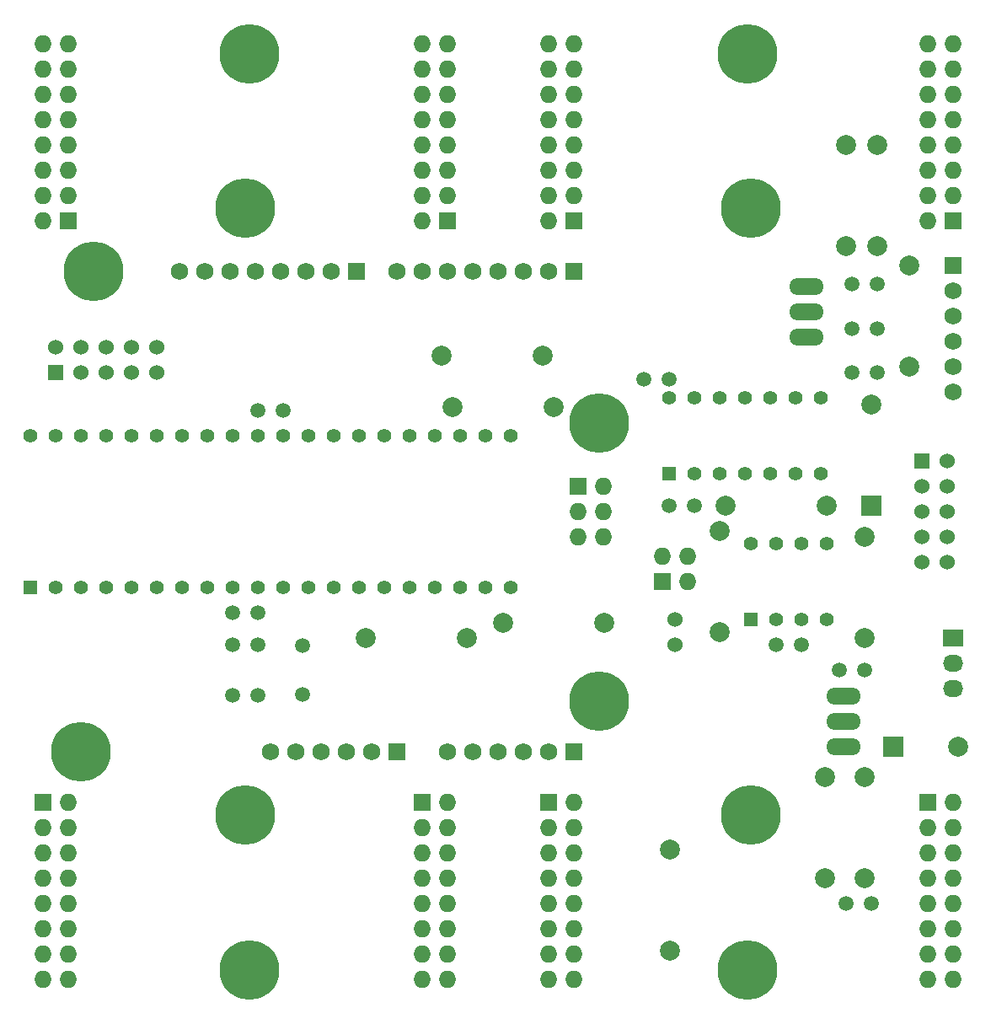
<source format=gbs>
%FSLAX46Y46*%
G04 Gerber Fmt 4.6, Leading zero omitted, Abs format (unit mm)*
G04 Created by KiCad (PCBNEW (2014-jul-16 BZR unknown)-product) date Fri 03 Oct 2014 09:52:35 PM PDT*
%MOMM*%
G01*
G04 APERTURE LIST*
%ADD10C,0.150000*%
%ADD11C,1.501140*%
%ADD12C,1.998980*%
%ADD13R,1.998980X1.998980*%
%ADD14C,1.524000*%
%ADD15C,6.000000*%
%ADD16R,2.032000X1.727200*%
%ADD17O,2.032000X1.727200*%
%ADD18R,1.727200X1.727200*%
%ADD19O,1.727200X1.727200*%
%ADD20C,1.727200*%
%ADD21R,1.524000X1.524000*%
%ADD22O,3.500120X1.699260*%
%ADD23R,1.397000X1.397000*%
%ADD24C,1.397000*%
G04 APERTURE END LIST*
D10*
D11*
X114300000Y-57785000D03*
X111760000Y-57785000D03*
X52070000Y-89535000D03*
X49530000Y-89535000D03*
X111760000Y-53340000D03*
X114300000Y-53340000D03*
X52070000Y-94615000D03*
X49530000Y-94615000D03*
X113030000Y-92075000D03*
X110490000Y-92075000D03*
X111125000Y-115570000D03*
X113665000Y-115570000D03*
X95885000Y-75565000D03*
X93345000Y-75565000D03*
X111760000Y-62230000D03*
X114300000Y-62230000D03*
X93345000Y-62865000D03*
X90805000Y-62865000D03*
X106680000Y-89535000D03*
X104140000Y-89535000D03*
X54610000Y-66040000D03*
X52070000Y-66040000D03*
X52070000Y-86360000D03*
X49530000Y-86360000D03*
D12*
X113665000Y-65405000D03*
D13*
X113665000Y-75565000D03*
D14*
X93980000Y-86995000D03*
X93980000Y-89535000D03*
D15*
X86360000Y-67310000D03*
X35560000Y-52070000D03*
X86360000Y-95250000D03*
X34290000Y-100330000D03*
X50800000Y-106680000D03*
X101200001Y-30199990D03*
X51199999Y-30199990D03*
X101200001Y-122200010D03*
X51199999Y-122200010D03*
X101600000Y-106680000D03*
X50800000Y-45720000D03*
X101600000Y-45720000D03*
D16*
X121920000Y-88900000D03*
D17*
X121920000Y-91440000D03*
X121920000Y-93980000D03*
D18*
X92710000Y-83185000D03*
D19*
X92710000Y-80645000D03*
X95250000Y-83185000D03*
X95250000Y-80645000D03*
D18*
X84201000Y-73660000D03*
D19*
X86741000Y-73660000D03*
X84201000Y-76200000D03*
X86741000Y-76200000D03*
X84201000Y-78740000D03*
X86741000Y-78740000D03*
D18*
X61976000Y-52070000D03*
D20*
X59436000Y-52070000D03*
X56896000Y-52070000D03*
X54356000Y-52070000D03*
X51816000Y-52070000D03*
X49276000Y-52070000D03*
X46736000Y-52070000D03*
X44196000Y-52070000D03*
D18*
X83820000Y-52070000D03*
D20*
X81280000Y-52070000D03*
X78740000Y-52070000D03*
X76200000Y-52070000D03*
X73660000Y-52070000D03*
X71120000Y-52070000D03*
X68580000Y-52070000D03*
X66040000Y-52070000D03*
D18*
X83820000Y-100330000D03*
D20*
X81280000Y-100330000D03*
X78740000Y-100330000D03*
X76200000Y-100330000D03*
X73660000Y-100330000D03*
X71120000Y-100330000D03*
D18*
X66040000Y-100330000D03*
D20*
X63500000Y-100330000D03*
X60960000Y-100330000D03*
X58420000Y-100330000D03*
X55880000Y-100330000D03*
X53340000Y-100330000D03*
D18*
X30480000Y-105410000D03*
D19*
X33020000Y-105410000D03*
X30480000Y-107950000D03*
X33020000Y-107950000D03*
X30480000Y-110490000D03*
X33020000Y-110490000D03*
X30480000Y-113030000D03*
X33020000Y-113030000D03*
X30480000Y-115570000D03*
X33020000Y-115570000D03*
X30480000Y-118110000D03*
X33020000Y-118110000D03*
X30480000Y-120650000D03*
X33020000Y-120650000D03*
X30480000Y-123190000D03*
X33020000Y-123190000D03*
D18*
X68580000Y-105410000D03*
D19*
X71120000Y-105410000D03*
X68580000Y-107950000D03*
X71120000Y-107950000D03*
X68580000Y-110490000D03*
X71120000Y-110490000D03*
X68580000Y-113030000D03*
X71120000Y-113030000D03*
X68580000Y-115570000D03*
X71120000Y-115570000D03*
X68580000Y-118110000D03*
X71120000Y-118110000D03*
X68580000Y-120650000D03*
X71120000Y-120650000D03*
X68580000Y-123190000D03*
X71120000Y-123190000D03*
D21*
X118745000Y-71120000D03*
D14*
X121285000Y-71120000D03*
X118745000Y-73660000D03*
X121285000Y-73660000D03*
X118745000Y-76200000D03*
X121285000Y-76200000D03*
X118745000Y-78740000D03*
X121285000Y-78740000D03*
X118745000Y-81280000D03*
X121285000Y-81280000D03*
D18*
X121920000Y-51435000D03*
D20*
X121920000Y-53975000D03*
X121920000Y-56515000D03*
X121920000Y-59055000D03*
X121920000Y-61595000D03*
X121920000Y-64135000D03*
D18*
X81280000Y-105410000D03*
D19*
X83820000Y-105410000D03*
X81280000Y-107950000D03*
X83820000Y-107950000D03*
X81280000Y-110490000D03*
X83820000Y-110490000D03*
X81280000Y-113030000D03*
X83820000Y-113030000D03*
X81280000Y-115570000D03*
X83820000Y-115570000D03*
X81280000Y-118110000D03*
X83820000Y-118110000D03*
X81280000Y-120650000D03*
X83820000Y-120650000D03*
X81280000Y-123190000D03*
X83820000Y-123190000D03*
D18*
X119380000Y-105410000D03*
D19*
X121920000Y-105410000D03*
X119380000Y-107950000D03*
X121920000Y-107950000D03*
X119380000Y-110490000D03*
X121920000Y-110490000D03*
X119380000Y-113030000D03*
X121920000Y-113030000D03*
X119380000Y-115570000D03*
X121920000Y-115570000D03*
X119380000Y-118110000D03*
X121920000Y-118110000D03*
X119380000Y-120650000D03*
X121920000Y-120650000D03*
X119380000Y-123190000D03*
X121920000Y-123190000D03*
D18*
X71120000Y-46990000D03*
D19*
X68580000Y-46990000D03*
X71120000Y-44450000D03*
X68580000Y-44450000D03*
X71120000Y-41910000D03*
X68580000Y-41910000D03*
X71120000Y-39370000D03*
X68580000Y-39370000D03*
X71120000Y-36830000D03*
X68580000Y-36830000D03*
X71120000Y-34290000D03*
X68580000Y-34290000D03*
X71120000Y-31750000D03*
X68580000Y-31750000D03*
X71120000Y-29210000D03*
X68580000Y-29210000D03*
D18*
X33020000Y-46990000D03*
D19*
X30480000Y-46990000D03*
X33020000Y-44450000D03*
X30480000Y-44450000D03*
X33020000Y-41910000D03*
X30480000Y-41910000D03*
X33020000Y-39370000D03*
X30480000Y-39370000D03*
X33020000Y-36830000D03*
X30480000Y-36830000D03*
X33020000Y-34290000D03*
X30480000Y-34290000D03*
X33020000Y-31750000D03*
X30480000Y-31750000D03*
X33020000Y-29210000D03*
X30480000Y-29210000D03*
D18*
X121920000Y-46990000D03*
D19*
X119380000Y-46990000D03*
X121920000Y-44450000D03*
X119380000Y-44450000D03*
X121920000Y-41910000D03*
X119380000Y-41910000D03*
X121920000Y-39370000D03*
X119380000Y-39370000D03*
X121920000Y-36830000D03*
X119380000Y-36830000D03*
X121920000Y-34290000D03*
X119380000Y-34290000D03*
X121920000Y-31750000D03*
X119380000Y-31750000D03*
X121920000Y-29210000D03*
X119380000Y-29210000D03*
D18*
X83820000Y-46990000D03*
D19*
X81280000Y-46990000D03*
X83820000Y-44450000D03*
X81280000Y-44450000D03*
X83820000Y-41910000D03*
X81280000Y-41910000D03*
X83820000Y-39370000D03*
X81280000Y-39370000D03*
X83820000Y-36830000D03*
X81280000Y-36830000D03*
X83820000Y-34290000D03*
X81280000Y-34290000D03*
X83820000Y-31750000D03*
X81280000Y-31750000D03*
X83820000Y-29210000D03*
X81280000Y-29210000D03*
D21*
X31750000Y-62230000D03*
D14*
X31750000Y-59690000D03*
X34290000Y-62230000D03*
X34290000Y-59690000D03*
X36830000Y-62230000D03*
X36830000Y-59690000D03*
X39370000Y-62230000D03*
X39370000Y-59690000D03*
X41910000Y-62230000D03*
X41910000Y-59690000D03*
D12*
X113030000Y-88900000D03*
X113030000Y-78740000D03*
X111125000Y-49530000D03*
X111125000Y-39370000D03*
X114300000Y-49530000D03*
X114300000Y-39370000D03*
X81724500Y-65659000D03*
X71564500Y-65659000D03*
X99060000Y-75565000D03*
X109220000Y-75565000D03*
X98425000Y-88265000D03*
X98425000Y-78105000D03*
X113030000Y-113030000D03*
X113030000Y-102870000D03*
X117475000Y-51435000D03*
X117475000Y-61595000D03*
X62865000Y-88900000D03*
X73025000Y-88900000D03*
X80645000Y-60515500D03*
X70485000Y-60515500D03*
D13*
X115874800Y-99822000D03*
D12*
X122377200Y-99822000D03*
D22*
X107188000Y-56134000D03*
X107188000Y-58674000D03*
X107188000Y-53594000D03*
D23*
X101600000Y-86995000D03*
D24*
X104140000Y-86995000D03*
X106680000Y-86995000D03*
X109220000Y-86995000D03*
X109220000Y-79375000D03*
X106680000Y-79375000D03*
X104140000Y-79375000D03*
X101600000Y-79375000D03*
D22*
X110871000Y-97282000D03*
X110871000Y-99822000D03*
X110871000Y-94742000D03*
D23*
X29210000Y-83820000D03*
D24*
X31750000Y-83820000D03*
X34290000Y-83820000D03*
X36830000Y-83820000D03*
X39370000Y-83820000D03*
X41910000Y-83820000D03*
X44450000Y-83820000D03*
X46990000Y-83820000D03*
X49530000Y-83820000D03*
X52070000Y-83820000D03*
X54610000Y-83820000D03*
X57150000Y-83820000D03*
X59690000Y-83820000D03*
X62230000Y-83820000D03*
X64770000Y-83820000D03*
X67310000Y-83820000D03*
X69850000Y-83820000D03*
X72390000Y-83820000D03*
X74930000Y-83820000D03*
X77470000Y-83820000D03*
X77470000Y-68580000D03*
X74930000Y-68580000D03*
X72390000Y-68580000D03*
X69850000Y-68580000D03*
X67310000Y-68580000D03*
X64770000Y-68580000D03*
X62230000Y-68580000D03*
X59690000Y-68580000D03*
X57150000Y-68580000D03*
X54610000Y-68580000D03*
X52070000Y-68580000D03*
X49530000Y-68580000D03*
X46990000Y-68580000D03*
X44450000Y-68580000D03*
X41910000Y-68580000D03*
X39370000Y-68580000D03*
X36830000Y-68580000D03*
X34290000Y-68580000D03*
X31750000Y-68580000D03*
X29210000Y-68580000D03*
D11*
X56515000Y-89634060D03*
X56515000Y-94515940D03*
D23*
X93345000Y-72390000D03*
D24*
X95885000Y-72390000D03*
X98425000Y-72390000D03*
X100965000Y-72390000D03*
X103505000Y-72390000D03*
X106045000Y-72390000D03*
X108585000Y-72390000D03*
X108585000Y-64770000D03*
X106045000Y-64770000D03*
X103505000Y-64770000D03*
X100965000Y-64770000D03*
X98425000Y-64770000D03*
X95885000Y-64770000D03*
X93345000Y-64770000D03*
D12*
X86804500Y-87376000D03*
X76644500Y-87376000D03*
X93408500Y-120269000D03*
X93408500Y-110109000D03*
X109029500Y-113030000D03*
X109029500Y-102870000D03*
M02*

</source>
